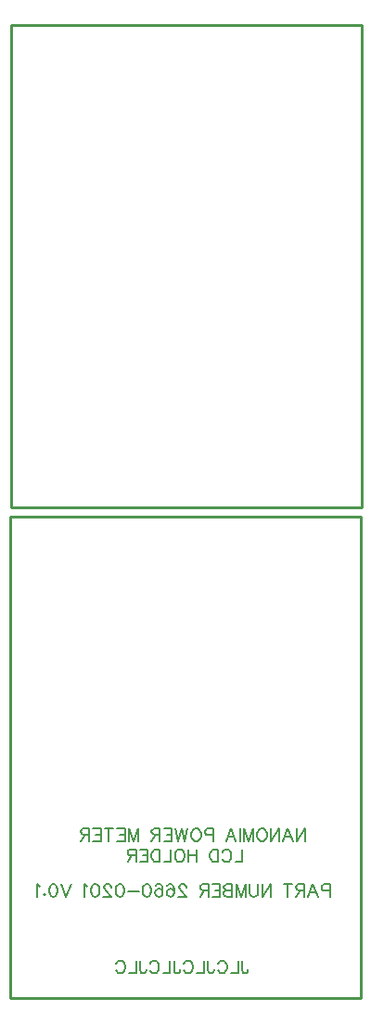
<source format=gbo>
G04 Layer: BottomSilkscreenLayer*
G04 EasyEDA v6.5.34, 2023-10-02 19:34:43*
G04 cad70b0db5b84618946738c1210d8a76,5a6b42c53f6a479593ecc07194224c93,10*
G04 Gerber Generator version 0.2*
G04 Scale: 100 percent, Rotated: No, Reflected: No *
G04 Dimensions in millimeters *
G04 leading zeros omitted , absolute positions ,4 integer and 5 decimal *
%FSLAX45Y45*%
%MOMM*%

%ADD10C,0.2032*%
%ADD11C,0.2540*%

%LPD*%
D10*
X2561590Y3283457D02*
G01*
X2561590Y3196081D01*
X2567177Y3179826D01*
X2572511Y3174237D01*
X2583434Y3168904D01*
X2594356Y3168904D01*
X2605277Y3174237D01*
X2610865Y3179826D01*
X2616200Y3196081D01*
X2616200Y3207004D01*
X2525775Y3283457D02*
G01*
X2525775Y3168904D01*
X2525775Y3168904D02*
G01*
X2460243Y3168904D01*
X2342388Y3256026D02*
G01*
X2347722Y3266947D01*
X2358643Y3277870D01*
X2369565Y3283457D01*
X2391409Y3283457D01*
X2402331Y3277870D01*
X2413254Y3266947D01*
X2418841Y3256026D01*
X2424175Y3239770D01*
X2424175Y3212592D01*
X2418841Y3196081D01*
X2413254Y3185160D01*
X2402331Y3174237D01*
X2391409Y3168904D01*
X2369565Y3168904D01*
X2358643Y3174237D01*
X2347722Y3185160D01*
X2342388Y3196081D01*
X2251963Y3283457D02*
G01*
X2251963Y3196081D01*
X2257297Y3179826D01*
X2262631Y3174237D01*
X2273554Y3168904D01*
X2284475Y3168904D01*
X2295397Y3174237D01*
X2300986Y3179826D01*
X2306320Y3196081D01*
X2306320Y3207004D01*
X2215895Y3283457D02*
G01*
X2215895Y3168904D01*
X2215895Y3168904D02*
G01*
X2150363Y3168904D01*
X2032508Y3256026D02*
G01*
X2038095Y3266947D01*
X2049018Y3277870D01*
X2059940Y3283457D01*
X2081529Y3283457D01*
X2092452Y3277870D01*
X2103374Y3266947D01*
X2108961Y3256026D01*
X2114295Y3239770D01*
X2114295Y3212592D01*
X2108961Y3196081D01*
X2103374Y3185160D01*
X2092452Y3174237D01*
X2081529Y3168904D01*
X2059940Y3168904D01*
X2049018Y3174237D01*
X2038095Y3185160D01*
X2032508Y3196081D01*
X1942084Y3283457D02*
G01*
X1942084Y3196081D01*
X1947418Y3179826D01*
X1953006Y3174237D01*
X1963927Y3168904D01*
X1974850Y3168904D01*
X1985772Y3174237D01*
X1991106Y3179826D01*
X1996440Y3196081D01*
X1996440Y3207004D01*
X1906015Y3283457D02*
G01*
X1906015Y3168904D01*
X1906015Y3168904D02*
G01*
X1840484Y3168904D01*
X1722627Y3256026D02*
G01*
X1728215Y3266947D01*
X1739138Y3277870D01*
X1750059Y3283457D01*
X1771904Y3283457D01*
X1782825Y3277870D01*
X1793747Y3266947D01*
X1799081Y3256026D01*
X1804670Y3239770D01*
X1804670Y3212592D01*
X1799081Y3196081D01*
X1793747Y3185160D01*
X1782825Y3174237D01*
X1771904Y3168904D01*
X1750059Y3168904D01*
X1739138Y3174237D01*
X1728215Y3185160D01*
X1722627Y3196081D01*
X1632204Y3283457D02*
G01*
X1632204Y3196081D01*
X1637538Y3179826D01*
X1643125Y3174237D01*
X1654047Y3168904D01*
X1664970Y3168904D01*
X1675891Y3174237D01*
X1681225Y3179826D01*
X1686813Y3196081D01*
X1686813Y3207004D01*
X1596136Y3283457D02*
G01*
X1596136Y3168904D01*
X1596136Y3168904D02*
G01*
X1530858Y3168904D01*
X1413002Y3256026D02*
G01*
X1418336Y3266947D01*
X1429258Y3277870D01*
X1440179Y3283457D01*
X1462024Y3283457D01*
X1472945Y3277870D01*
X1483868Y3266947D01*
X1489202Y3256026D01*
X1494790Y3239770D01*
X1494790Y3212592D01*
X1489202Y3196081D01*
X1483868Y3185160D01*
X1472945Y3174237D01*
X1462024Y3168904D01*
X1440179Y3168904D01*
X1429258Y3174237D01*
X1418336Y3185160D01*
X1413002Y3196081D01*
X3136900Y4489889D02*
G01*
X3136900Y4375345D01*
X3136900Y4489889D02*
G01*
X3060537Y4375345D01*
X3060537Y4489889D02*
G01*
X3060537Y4375345D01*
X2980900Y4489889D02*
G01*
X3024535Y4375345D01*
X2980900Y4489889D02*
G01*
X2937263Y4375345D01*
X3008172Y4413526D02*
G01*
X2953628Y4413526D01*
X2901264Y4489889D02*
G01*
X2901264Y4375345D01*
X2901264Y4489889D02*
G01*
X2824901Y4375345D01*
X2824901Y4489889D02*
G01*
X2824901Y4375345D01*
X2756174Y4489889D02*
G01*
X2767083Y4484436D01*
X2777990Y4473526D01*
X2783446Y4462617D01*
X2788899Y4446254D01*
X2788899Y4418982D01*
X2783446Y4402617D01*
X2777990Y4391708D01*
X2767083Y4380798D01*
X2756174Y4375345D01*
X2734355Y4375345D01*
X2723446Y4380798D01*
X2712537Y4391708D01*
X2707083Y4402617D01*
X2701627Y4418982D01*
X2701627Y4446254D01*
X2707083Y4462617D01*
X2712537Y4473526D01*
X2723446Y4484436D01*
X2734355Y4489889D01*
X2756174Y4489889D01*
X2665628Y4489889D02*
G01*
X2665628Y4375345D01*
X2665628Y4489889D02*
G01*
X2621991Y4375345D01*
X2578356Y4489889D02*
G01*
X2621991Y4375345D01*
X2578356Y4489889D02*
G01*
X2578356Y4375345D01*
X2542354Y4489889D02*
G01*
X2542354Y4375345D01*
X2462720Y4489889D02*
G01*
X2506355Y4375345D01*
X2462720Y4489889D02*
G01*
X2419083Y4375345D01*
X2489992Y4413526D02*
G01*
X2435445Y4413526D01*
X2299083Y4489889D02*
G01*
X2299083Y4375345D01*
X2299083Y4489889D02*
G01*
X2249992Y4489889D01*
X2233630Y4484436D01*
X2228174Y4478982D01*
X2222720Y4468073D01*
X2222720Y4451708D01*
X2228174Y4440798D01*
X2233630Y4435345D01*
X2249992Y4429889D01*
X2299083Y4429889D01*
X2153993Y4489889D02*
G01*
X2164902Y4484436D01*
X2175812Y4473526D01*
X2181265Y4462617D01*
X2186719Y4446254D01*
X2186719Y4418982D01*
X2181265Y4402617D01*
X2175812Y4391708D01*
X2164902Y4380798D01*
X2153993Y4375345D01*
X2132175Y4375345D01*
X2121265Y4380798D01*
X2110356Y4391708D01*
X2104903Y4402617D01*
X2099447Y4418982D01*
X2099447Y4446254D01*
X2104903Y4462617D01*
X2110356Y4473526D01*
X2121265Y4484436D01*
X2132175Y4489889D01*
X2153993Y4489889D01*
X2063447Y4489889D02*
G01*
X2036175Y4375345D01*
X2008901Y4489889D02*
G01*
X2036175Y4375345D01*
X2008901Y4489889D02*
G01*
X1981629Y4375345D01*
X1954357Y4489889D02*
G01*
X1981629Y4375345D01*
X1918357Y4489889D02*
G01*
X1918357Y4375345D01*
X1918357Y4489889D02*
G01*
X1847448Y4489889D01*
X1918357Y4435345D02*
G01*
X1874720Y4435345D01*
X1918357Y4375345D02*
G01*
X1847448Y4375345D01*
X1811449Y4489889D02*
G01*
X1811449Y4375345D01*
X1811449Y4489889D02*
G01*
X1762356Y4489889D01*
X1745993Y4484436D01*
X1740540Y4478982D01*
X1735084Y4468073D01*
X1735084Y4457164D01*
X1740540Y4446254D01*
X1745993Y4440798D01*
X1762356Y4435345D01*
X1811449Y4435345D01*
X1773265Y4435345D02*
G01*
X1735084Y4375345D01*
X1615084Y4489889D02*
G01*
X1615084Y4375345D01*
X1615084Y4489889D02*
G01*
X1571449Y4375345D01*
X1527812Y4489889D02*
G01*
X1571449Y4375345D01*
X1527812Y4489889D02*
G01*
X1527812Y4375345D01*
X1491813Y4489889D02*
G01*
X1491813Y4375345D01*
X1491813Y4489889D02*
G01*
X1420903Y4489889D01*
X1491813Y4435345D02*
G01*
X1448175Y4435345D01*
X1491813Y4375345D02*
G01*
X1420903Y4375345D01*
X1346720Y4489889D02*
G01*
X1346720Y4375345D01*
X1384904Y4489889D02*
G01*
X1308539Y4489889D01*
X1272540Y4489889D02*
G01*
X1272540Y4375345D01*
X1272540Y4489889D02*
G01*
X1201630Y4489889D01*
X1272540Y4435345D02*
G01*
X1228902Y4435345D01*
X1272540Y4375345D02*
G01*
X1201630Y4375345D01*
X1165631Y4489889D02*
G01*
X1165631Y4375345D01*
X1165631Y4489889D02*
G01*
X1116540Y4489889D01*
X1100175Y4484436D01*
X1094722Y4478982D01*
X1089268Y4468073D01*
X1089268Y4457164D01*
X1094722Y4446254D01*
X1100175Y4440798D01*
X1116540Y4435345D01*
X1165631Y4435345D01*
X1127450Y4435345D02*
G01*
X1089268Y4375345D01*
X3365500Y3981889D02*
G01*
X3365500Y3867345D01*
X3365500Y3981889D02*
G01*
X3316409Y3981889D01*
X3300046Y3976436D01*
X3294590Y3970982D01*
X3289137Y3960073D01*
X3289137Y3943708D01*
X3294590Y3932799D01*
X3300046Y3927345D01*
X3316409Y3921889D01*
X3365500Y3921889D01*
X3209500Y3981889D02*
G01*
X3253135Y3867345D01*
X3209500Y3981889D02*
G01*
X3165863Y3867345D01*
X3236772Y3905526D02*
G01*
X3182228Y3905526D01*
X3129864Y3981889D02*
G01*
X3129864Y3867345D01*
X3129864Y3981889D02*
G01*
X3080773Y3981889D01*
X3064410Y3976436D01*
X3058955Y3970982D01*
X3053500Y3960073D01*
X3053500Y3949164D01*
X3058955Y3938254D01*
X3064410Y3932799D01*
X3080773Y3927345D01*
X3129864Y3927345D01*
X3091682Y3927345D02*
G01*
X3053500Y3867345D01*
X2979318Y3981889D02*
G01*
X2979318Y3867345D01*
X3017500Y3981889D02*
G01*
X2941137Y3981889D01*
X2821137Y3981889D02*
G01*
X2821137Y3867345D01*
X2821137Y3981889D02*
G01*
X2744774Y3867345D01*
X2744774Y3981889D02*
G01*
X2744774Y3867345D01*
X2708772Y3981889D02*
G01*
X2708772Y3900073D01*
X2703319Y3883708D01*
X2692410Y3872799D01*
X2676047Y3867345D01*
X2665138Y3867345D01*
X2648772Y3872799D01*
X2637866Y3883708D01*
X2632410Y3900073D01*
X2632410Y3981889D01*
X2596410Y3981889D02*
G01*
X2596410Y3867345D01*
X2596410Y3981889D02*
G01*
X2552773Y3867345D01*
X2509138Y3981889D02*
G01*
X2552773Y3867345D01*
X2509138Y3981889D02*
G01*
X2509138Y3867345D01*
X2473137Y3981889D02*
G01*
X2473137Y3867345D01*
X2473137Y3981889D02*
G01*
X2424046Y3981889D01*
X2407683Y3976436D01*
X2402230Y3970982D01*
X2396774Y3960073D01*
X2396774Y3949164D01*
X2402230Y3938254D01*
X2407683Y3932799D01*
X2424046Y3927345D01*
X2473137Y3927345D02*
G01*
X2424046Y3927345D01*
X2407683Y3921889D01*
X2402230Y3916436D01*
X2396774Y3905526D01*
X2396774Y3889164D01*
X2402230Y3878254D01*
X2407683Y3872799D01*
X2424046Y3867345D01*
X2473137Y3867345D01*
X2360775Y3981889D02*
G01*
X2360775Y3867345D01*
X2360775Y3981889D02*
G01*
X2289865Y3981889D01*
X2360775Y3927345D02*
G01*
X2317137Y3927345D01*
X2360775Y3867345D02*
G01*
X2289865Y3867345D01*
X2253866Y3981889D02*
G01*
X2253866Y3867345D01*
X2253866Y3981889D02*
G01*
X2204775Y3981889D01*
X2188410Y3976436D01*
X2182957Y3970982D01*
X2177501Y3960073D01*
X2177501Y3949164D01*
X2182957Y3938254D01*
X2188410Y3932799D01*
X2204775Y3927345D01*
X2253866Y3927345D01*
X2215685Y3927345D02*
G01*
X2177501Y3867345D01*
X2052048Y3954617D02*
G01*
X2052048Y3960073D01*
X2046592Y3970982D01*
X2041138Y3976436D01*
X2030229Y3981889D01*
X2008411Y3981889D01*
X1997501Y3976436D01*
X1992048Y3970982D01*
X1986592Y3960073D01*
X1986592Y3949164D01*
X1992048Y3938254D01*
X2002957Y3921889D01*
X2057501Y3867345D01*
X1981139Y3867345D01*
X1879683Y3965526D02*
G01*
X1885139Y3976436D01*
X1901502Y3981889D01*
X1912411Y3981889D01*
X1928774Y3976436D01*
X1939683Y3960073D01*
X1945139Y3932799D01*
X1945139Y3905526D01*
X1939683Y3883708D01*
X1928774Y3872799D01*
X1912411Y3867345D01*
X1906958Y3867345D01*
X1890593Y3872799D01*
X1879683Y3883708D01*
X1874230Y3900073D01*
X1874230Y3905526D01*
X1879683Y3921889D01*
X1890593Y3932799D01*
X1906958Y3938254D01*
X1912411Y3938254D01*
X1928774Y3932799D01*
X1939683Y3921889D01*
X1945139Y3905526D01*
X1772775Y3965526D02*
G01*
X1778231Y3976436D01*
X1794593Y3981889D01*
X1805503Y3981889D01*
X1821865Y3976436D01*
X1832775Y3960073D01*
X1838231Y3932799D01*
X1838231Y3905526D01*
X1832775Y3883708D01*
X1821865Y3872799D01*
X1805503Y3867345D01*
X1800049Y3867345D01*
X1783684Y3872799D01*
X1772775Y3883708D01*
X1767321Y3900073D01*
X1767321Y3905526D01*
X1772775Y3921889D01*
X1783684Y3932799D01*
X1800049Y3938254D01*
X1805503Y3938254D01*
X1821865Y3932799D01*
X1832775Y3921889D01*
X1838231Y3905526D01*
X1698594Y3981889D02*
G01*
X1714957Y3976436D01*
X1725866Y3960073D01*
X1731322Y3932799D01*
X1731322Y3916436D01*
X1725866Y3889164D01*
X1714957Y3872799D01*
X1698594Y3867345D01*
X1687685Y3867345D01*
X1671322Y3872799D01*
X1660413Y3889164D01*
X1654957Y3916436D01*
X1654957Y3932799D01*
X1660413Y3960073D01*
X1671322Y3976436D01*
X1687685Y3981889D01*
X1698594Y3981889D01*
X1618957Y3916436D02*
G01*
X1520776Y3916436D01*
X1452049Y3981889D02*
G01*
X1468412Y3976436D01*
X1479321Y3960073D01*
X1484777Y3932799D01*
X1484777Y3916436D01*
X1479321Y3889164D01*
X1468412Y3872799D01*
X1452049Y3867345D01*
X1441140Y3867345D01*
X1424777Y3872799D01*
X1413868Y3889164D01*
X1408412Y3916436D01*
X1408412Y3932799D01*
X1413868Y3960073D01*
X1424777Y3976436D01*
X1441140Y3981889D01*
X1452049Y3981889D01*
X1366959Y3954617D02*
G01*
X1366959Y3960073D01*
X1361503Y3970982D01*
X1356050Y3976436D01*
X1345140Y3981889D01*
X1323322Y3981889D01*
X1312412Y3976436D01*
X1306959Y3970982D01*
X1301503Y3960073D01*
X1301503Y3949164D01*
X1306959Y3938254D01*
X1317868Y3921889D01*
X1372412Y3867345D01*
X1296050Y3867345D01*
X1227322Y3981889D02*
G01*
X1243685Y3976436D01*
X1254594Y3960073D01*
X1260050Y3932799D01*
X1260050Y3916436D01*
X1254594Y3889164D01*
X1243685Y3872799D01*
X1227322Y3867345D01*
X1216413Y3867345D01*
X1200050Y3872799D01*
X1189141Y3889164D01*
X1183685Y3916436D01*
X1183685Y3932799D01*
X1189141Y3960073D01*
X1200050Y3976436D01*
X1216413Y3981889D01*
X1227322Y3981889D01*
X1147686Y3960073D02*
G01*
X1136777Y3965526D01*
X1120414Y3981889D01*
X1120414Y3867345D01*
X1000414Y3981889D02*
G01*
X956777Y3867345D01*
X913140Y3981889D02*
G01*
X956777Y3867345D01*
X844415Y3981889D02*
G01*
X860778Y3976436D01*
X871687Y3960073D01*
X877140Y3932799D01*
X877140Y3916436D01*
X871687Y3889164D01*
X860778Y3872799D01*
X844415Y3867345D01*
X833506Y3867345D01*
X817140Y3872799D01*
X806231Y3889164D01*
X800778Y3916436D01*
X800778Y3932799D01*
X806231Y3960073D01*
X817140Y3976436D01*
X833506Y3981889D01*
X844415Y3981889D01*
X759322Y3894617D02*
G01*
X764778Y3889164D01*
X759322Y3883708D01*
X753869Y3889164D01*
X759322Y3894617D01*
X717870Y3960073D02*
G01*
X706960Y3965526D01*
X690595Y3981889D01*
X690595Y3867345D01*
X2565400Y4299389D02*
G01*
X2565400Y4184845D01*
X2565400Y4184845D02*
G01*
X2499946Y4184845D01*
X2382128Y4272117D02*
G01*
X2387582Y4283026D01*
X2398491Y4293936D01*
X2409400Y4299389D01*
X2431219Y4299389D01*
X2442128Y4293936D01*
X2453035Y4283026D01*
X2458491Y4272117D01*
X2463944Y4255754D01*
X2463944Y4228482D01*
X2458491Y4212117D01*
X2453035Y4201208D01*
X2442128Y4190298D01*
X2431219Y4184845D01*
X2409400Y4184845D01*
X2398491Y4190298D01*
X2387582Y4201208D01*
X2382128Y4212117D01*
X2346126Y4299389D02*
G01*
X2346126Y4184845D01*
X2346126Y4299389D02*
G01*
X2307945Y4299389D01*
X2291582Y4293936D01*
X2280673Y4283026D01*
X2275217Y4272117D01*
X2269764Y4255754D01*
X2269764Y4228482D01*
X2275217Y4212117D01*
X2280673Y4201208D01*
X2291582Y4190298D01*
X2307945Y4184845D01*
X2346126Y4184845D01*
X2149764Y4299389D02*
G01*
X2149764Y4184845D01*
X2073402Y4299389D02*
G01*
X2073402Y4184845D01*
X2149764Y4244845D02*
G01*
X2073402Y4244845D01*
X2004674Y4299389D02*
G01*
X2015583Y4293936D01*
X2026490Y4283026D01*
X2031946Y4272117D01*
X2037400Y4255754D01*
X2037400Y4228482D01*
X2031946Y4212117D01*
X2026490Y4201208D01*
X2015583Y4190298D01*
X2004674Y4184845D01*
X1982856Y4184845D01*
X1971946Y4190298D01*
X1961037Y4201208D01*
X1955584Y4212117D01*
X1950128Y4228482D01*
X1950128Y4255754D01*
X1955584Y4272117D01*
X1961037Y4283026D01*
X1971946Y4293936D01*
X1982856Y4299389D01*
X2004674Y4299389D01*
X1914128Y4299389D02*
G01*
X1914128Y4184845D01*
X1914128Y4184845D02*
G01*
X1848672Y4184845D01*
X1812673Y4299389D02*
G01*
X1812673Y4184845D01*
X1812673Y4299389D02*
G01*
X1774492Y4299389D01*
X1758129Y4293936D01*
X1747220Y4283026D01*
X1741764Y4272117D01*
X1736310Y4255754D01*
X1736310Y4228482D01*
X1741764Y4212117D01*
X1747220Y4201208D01*
X1758129Y4190298D01*
X1774492Y4184845D01*
X1812673Y4184845D01*
X1700311Y4299389D02*
G01*
X1700311Y4184845D01*
X1700311Y4299389D02*
G01*
X1629402Y4299389D01*
X1700311Y4244845D02*
G01*
X1656674Y4244845D01*
X1700311Y4184845D02*
G01*
X1629402Y4184845D01*
X1593402Y4299389D02*
G01*
X1593402Y4184845D01*
X1593402Y4299389D02*
G01*
X1544312Y4299389D01*
X1527947Y4293936D01*
X1522493Y4288482D01*
X1517037Y4277573D01*
X1517037Y4266664D01*
X1522493Y4255754D01*
X1527947Y4250298D01*
X1544312Y4244845D01*
X1593402Y4244845D01*
X1555219Y4244845D02*
G01*
X1517037Y4184845D01*
D11*
X446176Y7341666D02*
G01*
X3646170Y7341666D01*
X3646170Y2941675D01*
X446176Y2941675D01*
X446176Y7341666D01*
X451612Y11823293D02*
G01*
X3651605Y11823293D01*
X3651605Y7423302D01*
X451612Y7423302D01*
X451612Y11823293D01*
M02*

</source>
